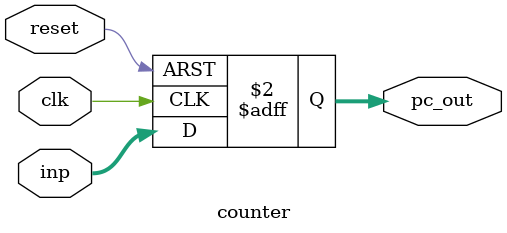
<source format=sv>
module counter(clk, reset, inp, pc_out);
  input bit clk;
  input bit reset;
  input logic [31:0] inp;
  output logic [31:0] pc_out;
  always_ff @(posedge clk, posedge reset) begin
    if (reset) 
      pc_out <= 32'b0;
    else 
      pc_out <= inp;
  end
endmodule
</source>
